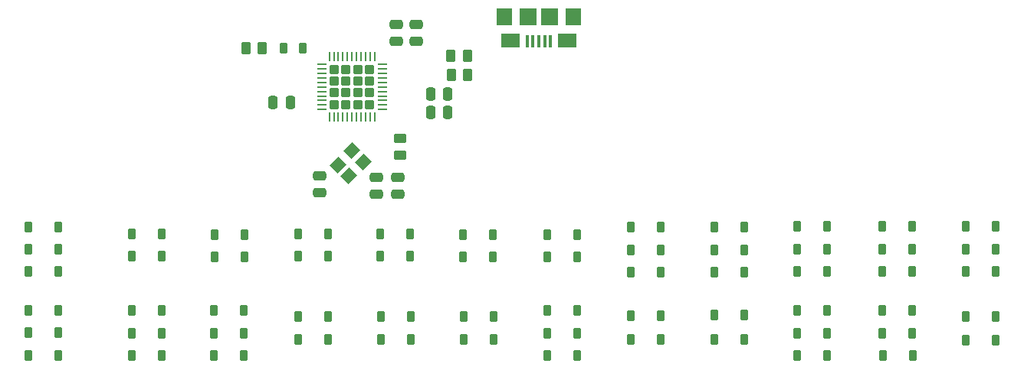
<source format=gbr>
%TF.GenerationSoftware,KiCad,Pcbnew,8.0.7*%
%TF.CreationDate,2025-01-06T21:25:14-08:00*%
%TF.ProjectId,Keyboard V1,4b657962-6f61-4726-9420-56312e6b6963,rev?*%
%TF.SameCoordinates,Original*%
%TF.FileFunction,Paste,Bot*%
%TF.FilePolarity,Positive*%
%FSLAX46Y46*%
G04 Gerber Fmt 4.6, Leading zero omitted, Abs format (unit mm)*
G04 Created by KiCad (PCBNEW 8.0.7) date 2025-01-06 21:25:14*
%MOMM*%
%LPD*%
G01*
G04 APERTURE LIST*
G04 Aperture macros list*
%AMRoundRect*
0 Rectangle with rounded corners*
0 $1 Rounding radius*
0 $2 $3 $4 $5 $6 $7 $8 $9 X,Y pos of 4 corners*
0 Add a 4 corners polygon primitive as box body*
4,1,4,$2,$3,$4,$5,$6,$7,$8,$9,$2,$3,0*
0 Add four circle primitives for the rounded corners*
1,1,$1+$1,$2,$3*
1,1,$1+$1,$4,$5*
1,1,$1+$1,$6,$7*
1,1,$1+$1,$8,$9*
0 Add four rect primitives between the rounded corners*
20,1,$1+$1,$2,$3,$4,$5,0*
20,1,$1+$1,$4,$5,$6,$7,0*
20,1,$1+$1,$6,$7,$8,$9,0*
20,1,$1+$1,$8,$9,$2,$3,0*%
%AMRotRect*
0 Rectangle, with rotation*
0 The origin of the aperture is its center*
0 $1 length*
0 $2 width*
0 $3 Rotation angle, in degrees counterclockwise*
0 Add horizontal line*
21,1,$1,$2,0,0,$3*%
G04 Aperture macros list end*
%ADD10RoundRect,0.225000X0.225000X0.375000X-0.225000X0.375000X-0.225000X-0.375000X0.225000X-0.375000X0*%
%ADD11RoundRect,0.250000X-0.475000X0.250000X-0.475000X-0.250000X0.475000X-0.250000X0.475000X0.250000X0*%
%ADD12RoundRect,0.250000X0.275000X0.275000X-0.275000X0.275000X-0.275000X-0.275000X0.275000X-0.275000X0*%
%ADD13RoundRect,0.062500X0.475000X0.062500X-0.475000X0.062500X-0.475000X-0.062500X0.475000X-0.062500X0*%
%ADD14RoundRect,0.062500X0.062500X0.475000X-0.062500X0.475000X-0.062500X-0.475000X0.062500X-0.475000X0*%
%ADD15RoundRect,0.250000X-0.250000X-0.475000X0.250000X-0.475000X0.250000X0.475000X-0.250000X0.475000X0*%
%ADD16RoundRect,0.250000X0.450000X-0.262500X0.450000X0.262500X-0.450000X0.262500X-0.450000X-0.262500X0*%
%ADD17RotRect,1.400000X1.200000X45.000000*%
%ADD18RoundRect,0.250000X-0.262500X-0.450000X0.262500X-0.450000X0.262500X0.450000X-0.262500X0.450000X0*%
%ADD19RoundRect,0.250000X0.250000X0.475000X-0.250000X0.475000X-0.250000X-0.475000X0.250000X-0.475000X0*%
%ADD20RoundRect,0.250000X0.475000X-0.250000X0.475000X0.250000X-0.475000X0.250000X-0.475000X-0.250000X0*%
%ADD21RoundRect,0.218750X-0.218750X-0.381250X0.218750X-0.381250X0.218750X0.381250X-0.218750X0.381250X0*%
%ADD22R,0.400000X1.350000*%
%ADD23R,2.100000X1.600000*%
%ADD24R,1.800000X1.900000*%
%ADD25R,1.900000X1.900000*%
G04 APERTURE END LIST*
D10*
%TO.C,D26*%
X189032500Y-92690000D03*
X185732500Y-92690000D03*
%TD*%
D11*
%TO.C,C5*%
X159970000Y-84630001D03*
X159970000Y-86529999D03*
%TD*%
D12*
%TO.C,U1*%
X156840000Y-76590000D03*
X156840000Y-75290000D03*
X156840000Y-73990000D03*
X156840000Y-72690000D03*
X155540000Y-76590000D03*
X155540000Y-75290000D03*
X155540000Y-73990000D03*
X155540000Y-72690000D03*
X154240000Y-76590000D03*
X154240000Y-75290000D03*
X154240000Y-73990000D03*
X154240000Y-72690000D03*
X152940000Y-76590000D03*
X152940000Y-75290000D03*
X152940000Y-73990000D03*
X152940000Y-72690000D03*
D13*
X158227500Y-72140000D03*
X158227500Y-72640000D03*
X158227500Y-73140000D03*
X158227500Y-73640000D03*
X158227500Y-74140000D03*
X158227500Y-74640000D03*
X158227500Y-75140000D03*
X158227500Y-75640000D03*
X158227500Y-76140000D03*
X158227500Y-76640000D03*
X158227500Y-77140000D03*
D14*
X157390000Y-77977500D03*
X156890000Y-77977500D03*
X156390000Y-77977500D03*
X155890000Y-77977500D03*
X155390000Y-77977500D03*
X154890000Y-77977500D03*
X154390000Y-77977500D03*
X153890000Y-77977500D03*
X153390000Y-77977500D03*
X152890000Y-77977500D03*
X152390000Y-77977500D03*
D13*
X151552500Y-77140000D03*
X151552500Y-76640000D03*
X151552500Y-76140000D03*
X151552500Y-75640000D03*
X151552500Y-75140000D03*
X151552500Y-74640000D03*
X151552500Y-74140000D03*
X151552500Y-73640000D03*
X151552500Y-73140000D03*
X151552500Y-72640000D03*
X151552500Y-72140000D03*
D14*
X152390000Y-71302500D03*
X152890000Y-71302500D03*
X153390000Y-71302500D03*
X153890000Y-71302500D03*
X154390000Y-71302500D03*
X154890000Y-71302500D03*
X155390000Y-71302500D03*
X155890000Y-71302500D03*
X156390000Y-71302500D03*
X156890000Y-71302500D03*
X157390000Y-71302500D03*
%TD*%
D10*
%TO.C,D36*%
X170532500Y-100045000D03*
X167232500Y-100045000D03*
%TD*%
%TO.C,D39*%
X198232500Y-99895000D03*
X194932500Y-99895000D03*
%TD*%
D15*
%TO.C,C6*%
X163580001Y-77500000D03*
X165479999Y-77500000D03*
%TD*%
D10*
%TO.C,D28*%
X207332500Y-92590000D03*
X204032500Y-92590000D03*
%TD*%
%TO.C,D47*%
X161432500Y-102590000D03*
X158132500Y-102590000D03*
%TD*%
%TO.C,D14*%
X189032500Y-90190000D03*
X185732500Y-90190000D03*
%TD*%
%TO.C,D60*%
X226032500Y-102690000D03*
X222732500Y-102690000D03*
%TD*%
%TO.C,D2*%
X189032500Y-95190000D03*
X185732500Y-95190000D03*
%TD*%
%TO.C,D43*%
X122460000Y-101850000D03*
X119160000Y-101850000D03*
%TD*%
D16*
%TO.C,RC3*%
X160190000Y-82180000D03*
X160190000Y-80355000D03*
%TD*%
D17*
%TO.C,Y1*%
X153361142Y-83276777D03*
X154916777Y-81721142D03*
X156118858Y-82923223D03*
X154563223Y-84478858D03*
%TD*%
D10*
%TO.C,D24*%
X170480000Y-91010000D03*
X167180000Y-91010000D03*
%TD*%
%TO.C,D40*%
X207332500Y-99395000D03*
X204032500Y-99395000D03*
%TD*%
%TO.C,D25*%
X179732500Y-93490000D03*
X176432500Y-93490000D03*
%TD*%
%TO.C,D11*%
X161312500Y-93380000D03*
X158012500Y-93380000D03*
%TD*%
D11*
%TO.C,C3*%
X151280000Y-84470000D03*
X151280000Y-86370000D03*
%TD*%
D10*
%TO.C,D34*%
X152232500Y-100090000D03*
X148932500Y-100090000D03*
%TD*%
%TO.C,D49*%
X179732500Y-104390000D03*
X176432500Y-104390000D03*
%TD*%
%TO.C,D57*%
X179732500Y-101890000D03*
X176432500Y-101890000D03*
%TD*%
%TO.C,D42*%
X226032500Y-100100000D03*
X222732500Y-100100000D03*
%TD*%
%TO.C,D52*%
X207332500Y-104390000D03*
X204032500Y-104390000D03*
%TD*%
%TO.C,D51*%
X198232500Y-102590000D03*
X194932500Y-102590000D03*
%TD*%
%TO.C,D19*%
X122460000Y-95030000D03*
X119160000Y-95030000D03*
%TD*%
%TO.C,D30*%
X226032500Y-92590000D03*
X222732500Y-92590000D03*
%TD*%
%TO.C,D3*%
X198232500Y-95190000D03*
X194932500Y-95190000D03*
%TD*%
%TO.C,D53*%
X216832500Y-104380000D03*
X213532500Y-104380000D03*
%TD*%
%TO.C,D5*%
X216732500Y-95090000D03*
X213432500Y-95090000D03*
%TD*%
D11*
%TO.C,C8*%
X159810000Y-67710001D03*
X159810000Y-69609999D03*
%TD*%
D10*
%TO.C,D15*%
X198232500Y-90190000D03*
X194932500Y-90190000D03*
%TD*%
%TO.C,D54*%
X122470000Y-104350000D03*
X119170000Y-104350000D03*
%TD*%
%TO.C,D29*%
X216732500Y-92590000D03*
X213432500Y-92590000D03*
%TD*%
%TO.C,D41*%
X216795000Y-99390000D03*
X213495000Y-99390000D03*
%TD*%
%TO.C,D58*%
X207332500Y-101890000D03*
X204032500Y-101890000D03*
%TD*%
%TO.C,D31*%
X122460000Y-99350000D03*
X119160000Y-99350000D03*
%TD*%
D18*
%TO.C,RC1*%
X165827500Y-71210000D03*
X167652500Y-71210000D03*
%TD*%
D10*
%TO.C,D13*%
X179732500Y-90990000D03*
X176432500Y-90990000D03*
%TD*%
%TO.C,D7*%
X122480000Y-92590000D03*
X119180000Y-92590000D03*
%TD*%
%TO.C,D56*%
X142940000Y-101915000D03*
X139640000Y-101915000D03*
%TD*%
%TO.C,D33*%
X142915000Y-99390000D03*
X139615000Y-99390000D03*
%TD*%
%TO.C,D37*%
X179732500Y-99390000D03*
X176432500Y-99390000D03*
%TD*%
%TO.C,D8*%
X133882500Y-90890000D03*
X130582500Y-90890000D03*
%TD*%
%TO.C,D12*%
X170490000Y-93480000D03*
X167190000Y-93480000D03*
%TD*%
%TO.C,D48*%
X170532500Y-102590000D03*
X167232500Y-102590000D03*
%TD*%
%TO.C,D21*%
X143032500Y-93490000D03*
X139732500Y-93490000D03*
%TD*%
%TO.C,D50*%
X189032500Y-102590000D03*
X185732500Y-102590000D03*
%TD*%
%TO.C,D35*%
X161432500Y-100040000D03*
X158132500Y-100040000D03*
%TD*%
%TO.C,D16*%
X207332500Y-90090000D03*
X204032500Y-90090000D03*
%TD*%
%TO.C,D59*%
X216795000Y-101890000D03*
X213495000Y-101890000D03*
%TD*%
%TO.C,D27*%
X198232500Y-92690000D03*
X194932500Y-92690000D03*
%TD*%
%TO.C,D32*%
X133870000Y-99430000D03*
X130570000Y-99430000D03*
%TD*%
%TO.C,D20*%
X133882500Y-93390000D03*
X130582500Y-93390000D03*
%TD*%
D11*
%TO.C,C4*%
X157620000Y-84640001D03*
X157620000Y-86539999D03*
%TD*%
D10*
%TO.C,D22*%
X152232500Y-93390000D03*
X148932500Y-93390000D03*
%TD*%
%TO.C,D45*%
X142965000Y-104415000D03*
X139665000Y-104415000D03*
%TD*%
%TO.C,D9*%
X143032500Y-90980000D03*
X139732500Y-90980000D03*
%TD*%
%TO.C,D55*%
X133882500Y-101890000D03*
X130582500Y-101890000D03*
%TD*%
D19*
%TO.C,C2*%
X148064999Y-76390000D03*
X146165001Y-76390000D03*
%TD*%
D10*
%TO.C,D17*%
X216732500Y-90090000D03*
X213432500Y-90090000D03*
%TD*%
%TO.C,D46*%
X152232500Y-102590000D03*
X148932500Y-102590000D03*
%TD*%
D20*
%TO.C,C1*%
X161960000Y-69599999D03*
X161960000Y-67700001D03*
%TD*%
D10*
%TO.C,D38*%
X189032500Y-99995000D03*
X185732500Y-99995000D03*
%TD*%
%TO.C,D4*%
X207332500Y-95090000D03*
X204032500Y-95090000D03*
%TD*%
D18*
%TO.C,RC4*%
X143177500Y-70315000D03*
X145002500Y-70315000D03*
%TD*%
D10*
%TO.C,D10*%
X152232500Y-90890000D03*
X148932500Y-90890000D03*
%TD*%
%TO.C,D1*%
X122490000Y-90140000D03*
X119190000Y-90140000D03*
%TD*%
D21*
%TO.C,L1*%
X147352500Y-70340000D03*
X149477500Y-70340000D03*
%TD*%
D10*
%TO.C,D18*%
X226032500Y-90090000D03*
X222732500Y-90090000D03*
%TD*%
D15*
%TO.C,C7*%
X163590000Y-75410000D03*
X165490000Y-75410000D03*
%TD*%
D18*
%TO.C,RC2*%
X165857500Y-73300000D03*
X167682500Y-73300000D03*
%TD*%
D10*
%TO.C,D6*%
X226032500Y-95090000D03*
X222732500Y-95090000D03*
%TD*%
%TO.C,D23*%
X161312500Y-90880000D03*
X158012500Y-90880000D03*
%TD*%
%TO.C,D44*%
X133862500Y-104390000D03*
X130562500Y-104390000D03*
%TD*%
D22*
%TO.C,J2*%
X174240000Y-69585000D03*
X174890000Y-69585000D03*
X175540000Y-69585000D03*
X176190000Y-69585000D03*
X176840000Y-69585000D03*
D23*
X172440000Y-69460000D03*
X178640000Y-69460000D03*
D24*
X171740000Y-66910000D03*
D25*
X174340000Y-66910000D03*
X176740000Y-66910000D03*
D24*
X179340000Y-66910000D03*
%TD*%
M02*

</source>
